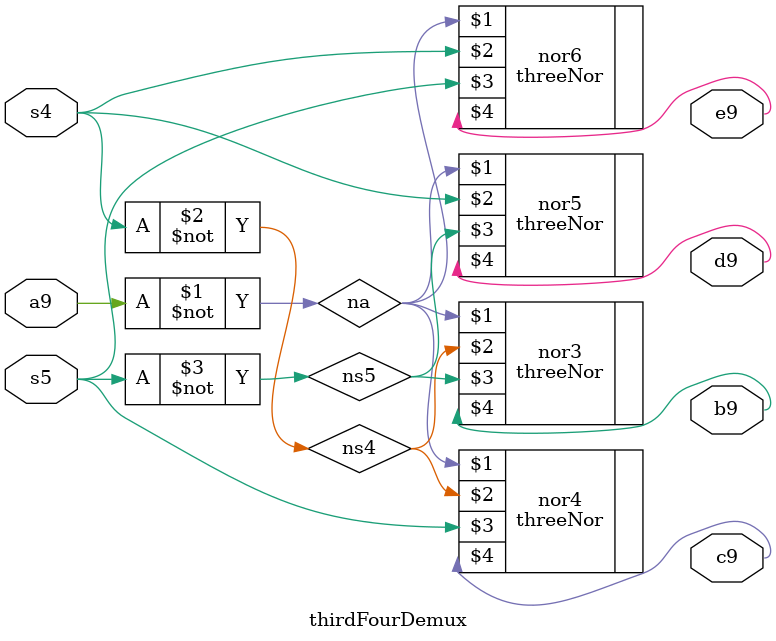
<source format=sv>
`timescale 1ns/1ns;

module thirdFourDemux(input a9, s4, s5, output b9, c9, d9, e9);

  logic na, ns4, ns5;

  not #(7)n1(na, a9) ;
  not #(7)n2(ns4, s4);
  not #(7)n3(ns5, s5);
  threeNor nor3(na, ns4, ns5, b9);
  threeNor nor4(na, ns4, s5, c9);
  threeNor nor5(na, s4, ns5, d9);
  threeNor nor6(na, s4, s5, e9);

endmodule
</source>
